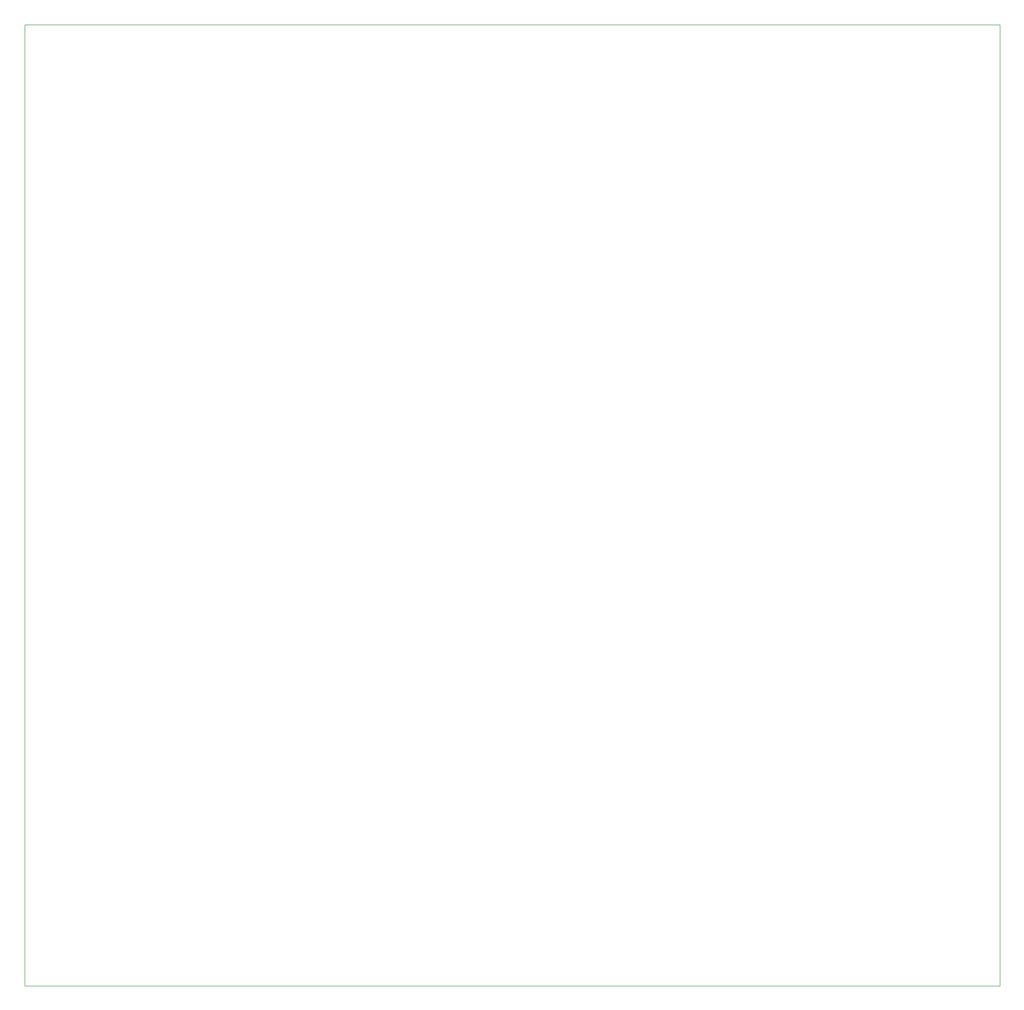
<source format=gm1>
%TF.GenerationSoftware,KiCad,Pcbnew,7.0.1*%
%TF.CreationDate,2024-06-25T12:01:32+02:00*%
%TF.ProjectId,ODRIVE_V1.0,4f445249-5645-45f5-9631-2e302e6b6963,rev?*%
%TF.SameCoordinates,Original*%
%TF.FileFunction,Profile,NP*%
%FSLAX46Y46*%
G04 Gerber Fmt 4.6, Leading zero omitted, Abs format (unit mm)*
G04 Created by KiCad (PCBNEW 7.0.1) date 2024-06-25 12:01:32*
%MOMM*%
%LPD*%
G01*
G04 APERTURE LIST*
%TA.AperFunction,Profile*%
%ADD10C,0.100000*%
%TD*%
G04 APERTURE END LIST*
D10*
X9639500Y-15590000D02*
X176904500Y-15590000D01*
X176904500Y-180611000D01*
X9639500Y-180611000D01*
X9639500Y-15590000D01*
M02*

</source>
